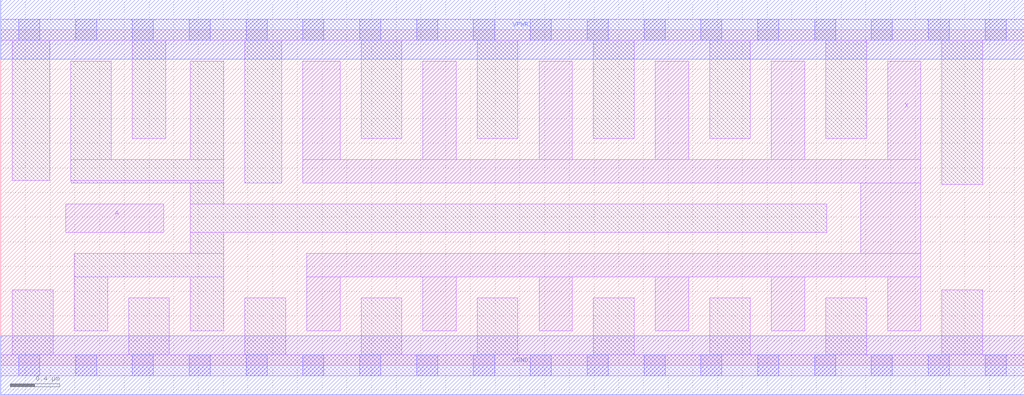
<source format=lef>
# Copyright 2020 The SkyWater PDK Authors
#
# Licensed under the Apache License, Version 2.0 (the "License");
# you may not use this file except in compliance with the License.
# You may obtain a copy of the License at
#
#     https://www.apache.org/licenses/LICENSE-2.0
#
# Unless required by applicable law or agreed to in writing, software
# distributed under the License is distributed on an "AS IS" BASIS,
# WITHOUT WARRANTIES OR CONDITIONS OF ANY KIND, either express or implied.
# See the License for the specific language governing permissions and
# limitations under the License.
#
# SPDX-License-Identifier: Apache-2.0

VERSION 5.7 ;
BUSBITCHARS "[]" ;
DIVIDERCHAR "/" ;
PROPERTYDEFINITIONS
  MACRO maskLayoutSubType STRING ;
  MACRO prCellType STRING ;
  MACRO originalViewName STRING ;
END PROPERTYDEFINITIONS
MACRO sky130_fd_sc_hdll__clkbuf_12
  ORIGIN  0.000000  0.000000 ;
  CLASS CORE ;
  SYMMETRY X Y R90 ;
  SIZE  8.280000 BY  2.720000 ;
  SITE unithd ;
  PIN A
    ANTENNAGATEAREA  0.972000 ;
    DIRECTION INPUT ;
    USE SIGNAL ;
    PORT
      LAYER li1 ;
        RECT 0.525000 1.075000 1.320000 1.305000 ;
    END
  END A
  PIN VGND
    DIRECTION INOUT ;
    USE SIGNAL ;
    PORT
      LAYER met1 ;
        RECT 0.000000 -0.240000 8.280000 0.240000 ;
    END
  END VGND
  PIN VPWR
    DIRECTION INOUT ;
    USE SIGNAL ;
    PORT
      LAYER met1 ;
        RECT 0.000000 2.480000 8.280000 2.960000 ;
    END
  END VPWR
  PIN X
    ANTENNADIFFAREA  2.420400 ;
    DIRECTION OUTPUT ;
    USE SIGNAL ;
    PORT
      LAYER li1 ;
        RECT 2.445000 1.475000 7.445000 1.665000 ;
        RECT 2.445000 1.665000 2.745000 2.465000 ;
        RECT 2.475000 0.280000 2.745000 0.715000 ;
        RECT 2.475000 0.715000 7.445000 0.905000 ;
        RECT 3.415000 0.280000 3.685000 0.715000 ;
        RECT 3.415000 1.665000 3.685000 2.465000 ;
        RECT 4.355000 0.280000 4.625000 0.715000 ;
        RECT 4.355000 1.665000 4.625000 2.465000 ;
        RECT 5.295000 0.280000 5.565000 0.715000 ;
        RECT 5.295000 1.665000 5.565000 2.465000 ;
        RECT 6.235000 0.280000 6.505000 0.715000 ;
        RECT 6.235000 1.665000 6.505000 2.465000 ;
        RECT 6.960000 0.905000 7.445000 1.475000 ;
        RECT 7.175000 0.280000 7.445000 0.715000 ;
        RECT 7.175000 1.665000 7.445000 2.465000 ;
    END
  END X
  OBS
    LAYER li1 ;
      RECT 0.000000 -0.085000 8.280000 0.085000 ;
      RECT 0.000000  2.635000 8.280000 2.805000 ;
      RECT 0.095000  0.085000 0.425000 0.610000 ;
      RECT 0.095000  1.495000 0.395000 2.635000 ;
      RECT 0.565000  1.495000 1.805000 1.665000 ;
      RECT 0.565000  1.665000 0.895000 2.465000 ;
      RECT 0.570000  1.475000 1.805000 1.495000 ;
      RECT 0.595000  0.280000 0.865000 0.715000 ;
      RECT 0.595000  0.715000 1.805000 0.905000 ;
      RECT 1.035000  0.085000 1.365000 0.545000 ;
      RECT 1.065000  1.835000 1.335000 2.635000 ;
      RECT 1.535000  0.280000 1.805000 0.715000 ;
      RECT 1.535000  0.905000 1.805000 1.075000 ;
      RECT 1.535000  1.075000 6.685000 1.305000 ;
      RECT 1.535000  1.305000 1.805000 1.475000 ;
      RECT 1.535000  1.665000 1.805000 2.465000 ;
      RECT 1.975000  0.085000 2.305000 0.545000 ;
      RECT 1.975000  1.475000 2.275000 2.635000 ;
      RECT 2.915000  0.085000 3.245000 0.545000 ;
      RECT 2.915000  1.835000 3.245000 2.635000 ;
      RECT 3.855000  0.085000 4.185000 0.545000 ;
      RECT 3.855000  1.835000 4.185000 2.635000 ;
      RECT 4.795000  0.085000 5.125000 0.545000 ;
      RECT 4.795000  1.835000 5.125000 2.635000 ;
      RECT 5.735000  0.085000 6.065000 0.545000 ;
      RECT 5.735000  1.835000 6.065000 2.635000 ;
      RECT 6.675000  0.085000 7.005000 0.545000 ;
      RECT 6.675000  1.835000 7.005000 2.635000 ;
      RECT 7.615000  0.085000 7.945000 0.610000 ;
      RECT 7.615000  1.465000 7.945000 2.635000 ;
    LAYER mcon ;
      RECT 0.145000 -0.085000 0.315000 0.085000 ;
      RECT 0.145000  2.635000 0.315000 2.805000 ;
      RECT 0.605000 -0.085000 0.775000 0.085000 ;
      RECT 0.605000  2.635000 0.775000 2.805000 ;
      RECT 1.065000 -0.085000 1.235000 0.085000 ;
      RECT 1.065000  2.635000 1.235000 2.805000 ;
      RECT 1.525000 -0.085000 1.695000 0.085000 ;
      RECT 1.525000  2.635000 1.695000 2.805000 ;
      RECT 1.985000 -0.085000 2.155000 0.085000 ;
      RECT 1.985000  2.635000 2.155000 2.805000 ;
      RECT 2.445000 -0.085000 2.615000 0.085000 ;
      RECT 2.445000  2.635000 2.615000 2.805000 ;
      RECT 2.905000 -0.085000 3.075000 0.085000 ;
      RECT 2.905000  2.635000 3.075000 2.805000 ;
      RECT 3.365000 -0.085000 3.535000 0.085000 ;
      RECT 3.365000  2.635000 3.535000 2.805000 ;
      RECT 3.825000 -0.085000 3.995000 0.085000 ;
      RECT 3.825000  2.635000 3.995000 2.805000 ;
      RECT 4.285000 -0.085000 4.455000 0.085000 ;
      RECT 4.285000  2.635000 4.455000 2.805000 ;
      RECT 4.745000 -0.085000 4.915000 0.085000 ;
      RECT 4.745000  2.635000 4.915000 2.805000 ;
      RECT 5.205000 -0.085000 5.375000 0.085000 ;
      RECT 5.205000  2.635000 5.375000 2.805000 ;
      RECT 5.665000 -0.085000 5.835000 0.085000 ;
      RECT 5.665000  2.635000 5.835000 2.805000 ;
      RECT 6.125000 -0.085000 6.295000 0.085000 ;
      RECT 6.125000  2.635000 6.295000 2.805000 ;
      RECT 6.585000 -0.085000 6.755000 0.085000 ;
      RECT 6.585000  2.635000 6.755000 2.805000 ;
      RECT 7.045000 -0.085000 7.215000 0.085000 ;
      RECT 7.045000  2.635000 7.215000 2.805000 ;
      RECT 7.505000 -0.085000 7.675000 0.085000 ;
      RECT 7.505000  2.635000 7.675000 2.805000 ;
      RECT 7.965000 -0.085000 8.135000 0.085000 ;
      RECT 7.965000  2.635000 8.135000 2.805000 ;
  END
  PROPERTY maskLayoutSubType "abstract" ;
  PROPERTY prCellType "standard" ;
  PROPERTY originalViewName "layout" ;
END sky130_fd_sc_hdll__clkbuf_12
END LIBRARY

</source>
